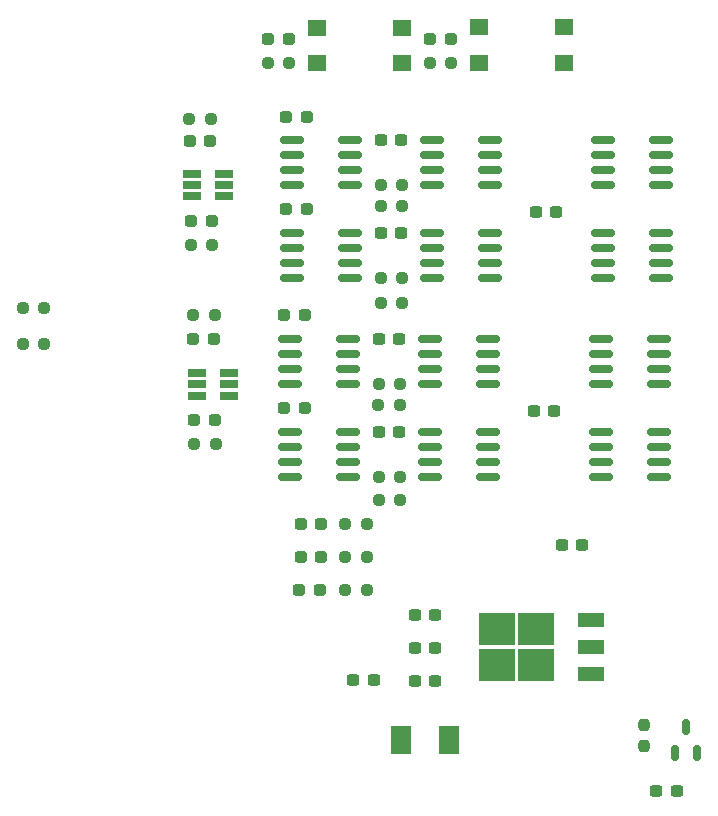
<source format=gtp>
G04 #@! TF.GenerationSoftware,KiCad,Pcbnew,(6.0.7)*
G04 #@! TF.CreationDate,2023-03-21T01:18:23-05:00*
G04 #@! TF.ProjectId,SignalStack_Board,5369676e-616c-4537-9461-636b5f426f61,rev?*
G04 #@! TF.SameCoordinates,Original*
G04 #@! TF.FileFunction,Paste,Top*
G04 #@! TF.FilePolarity,Positive*
%FSLAX46Y46*%
G04 Gerber Fmt 4.6, Leading zero omitted, Abs format (unit mm)*
G04 Created by KiCad (PCBNEW (6.0.7)) date 2023-03-21 01:18:23*
%MOMM*%
%LPD*%
G01*
G04 APERTURE LIST*
G04 Aperture macros list*
%AMRoundRect*
0 Rectangle with rounded corners*
0 $1 Rounding radius*
0 $2 $3 $4 $5 $6 $7 $8 $9 X,Y pos of 4 corners*
0 Add a 4 corners polygon primitive as box body*
4,1,4,$2,$3,$4,$5,$6,$7,$8,$9,$2,$3,0*
0 Add four circle primitives for the rounded corners*
1,1,$1+$1,$2,$3*
1,1,$1+$1,$4,$5*
1,1,$1+$1,$6,$7*
1,1,$1+$1,$8,$9*
0 Add four rect primitives between the rounded corners*
20,1,$1+$1,$2,$3,$4,$5,0*
20,1,$1+$1,$4,$5,$6,$7,0*
20,1,$1+$1,$6,$7,$8,$9,0*
20,1,$1+$1,$8,$9,$2,$3,0*%
G04 Aperture macros list end*
%ADD10RoundRect,0.237500X0.287500X0.237500X-0.287500X0.237500X-0.287500X-0.237500X0.287500X-0.237500X0*%
%ADD11RoundRect,0.237500X-0.300000X-0.237500X0.300000X-0.237500X0.300000X0.237500X-0.300000X0.237500X0*%
%ADD12RoundRect,0.237500X-0.250000X-0.237500X0.250000X-0.237500X0.250000X0.237500X-0.250000X0.237500X0*%
%ADD13RoundRect,0.237500X0.300000X0.237500X-0.300000X0.237500X-0.300000X-0.237500X0.300000X-0.237500X0*%
%ADD14RoundRect,0.237500X0.250000X0.237500X-0.250000X0.237500X-0.250000X-0.237500X0.250000X-0.237500X0*%
%ADD15R,1.600000X1.400000*%
%ADD16RoundRect,0.150000X-0.825000X-0.150000X0.825000X-0.150000X0.825000X0.150000X-0.825000X0.150000X0*%
%ADD17R,1.560000X0.650000*%
%ADD18R,1.800000X2.400000*%
%ADD19RoundRect,0.150000X0.150000X-0.512500X0.150000X0.512500X-0.150000X0.512500X-0.150000X-0.512500X0*%
%ADD20RoundRect,0.237500X-0.287500X-0.237500X0.287500X-0.237500X0.287500X0.237500X-0.287500X0.237500X0*%
%ADD21R,3.050000X2.750000*%
%ADD22R,2.200000X1.200000*%
%ADD23RoundRect,0.237500X0.237500X-0.250000X0.237500X0.250000X-0.237500X0.250000X-0.237500X-0.250000X0*%
G04 APERTURE END LIST*
D10*
X144385000Y-84201000D03*
X142635000Y-84201000D03*
D11*
X150831300Y-77216000D03*
X152556300Y-77216000D03*
D12*
X150589000Y-91821000D03*
X152414000Y-91821000D03*
D11*
X150662500Y-86233000D03*
X152387500Y-86233000D03*
D10*
X143011500Y-60833000D03*
X141261500Y-60833000D03*
D12*
X150612500Y-90043000D03*
X152437500Y-90043000D03*
X150612500Y-99822000D03*
X152437500Y-99822000D03*
D13*
X155421500Y-115189000D03*
X153696500Y-115189000D03*
D10*
X144567800Y-67437000D03*
X142817800Y-67437000D03*
D12*
X147781000Y-101877500D03*
X149606000Y-101877500D03*
D14*
X156765000Y-62827500D03*
X154940000Y-62827500D03*
D15*
X159110500Y-59803500D03*
X166310500Y-59803500D03*
X166310500Y-62803500D03*
X159110500Y-62803500D03*
D12*
X150804800Y-73152000D03*
X152629800Y-73152000D03*
D16*
X154963200Y-86233000D03*
X154963200Y-87503000D03*
X154963200Y-88773000D03*
X154963200Y-90043000D03*
X159913200Y-90043000D03*
X159913200Y-88773000D03*
X159913200Y-87503000D03*
X159913200Y-86233000D03*
X155132000Y-77216000D03*
X155132000Y-78486000D03*
X155132000Y-79756000D03*
X155132000Y-81026000D03*
X160082000Y-81026000D03*
X160082000Y-79756000D03*
X160082000Y-78486000D03*
X160082000Y-77216000D03*
X169441200Y-86233000D03*
X169441200Y-87503000D03*
X169441200Y-88773000D03*
X169441200Y-90043000D03*
X174391200Y-90043000D03*
X174391200Y-88773000D03*
X174391200Y-87503000D03*
X174391200Y-86233000D03*
X143249800Y-77216000D03*
X143249800Y-78486000D03*
X143249800Y-79756000D03*
X143249800Y-81026000D03*
X148199800Y-81026000D03*
X148199800Y-79756000D03*
X148199800Y-78486000D03*
X148199800Y-77216000D03*
D11*
X148489500Y-115062000D03*
X150214500Y-115062000D03*
D14*
X143049000Y-62865000D03*
X141224000Y-62865000D03*
D12*
X150781300Y-81026000D03*
X152606300Y-81026000D03*
D15*
X152594500Y-59841000D03*
X145394500Y-59841000D03*
X152594500Y-62841000D03*
X145394500Y-62841000D03*
D12*
X134989500Y-95097250D03*
X136814500Y-95097250D03*
D11*
X163912300Y-75438000D03*
X165637300Y-75438000D03*
X150831300Y-69342000D03*
X152556300Y-69342000D03*
D17*
X135210500Y-89093000D03*
X135210500Y-90043000D03*
X135210500Y-90993000D03*
X137910500Y-90993000D03*
X137910500Y-90043000D03*
X137910500Y-89093000D03*
D13*
X175868500Y-124460000D03*
X174143500Y-124460000D03*
D12*
X134714000Y-78232000D03*
X136539000Y-78232000D03*
D16*
X169610000Y-69342000D03*
X169610000Y-70612000D03*
X169610000Y-71882000D03*
X169610000Y-73152000D03*
X174560000Y-73152000D03*
X174560000Y-71882000D03*
X174560000Y-70612000D03*
X174560000Y-69342000D03*
D14*
X149606000Y-104671500D03*
X147781000Y-104671500D03*
D12*
X150612500Y-97917000D03*
X152437500Y-97917000D03*
D18*
X152527000Y-120142000D03*
X156577000Y-120142000D03*
D17*
X134794000Y-72202000D03*
X134794000Y-73152000D03*
X134794000Y-74102000D03*
X137494000Y-74102000D03*
X137494000Y-73152000D03*
X137494000Y-72202000D03*
D16*
X143249800Y-69342000D03*
X143249800Y-70612000D03*
X143249800Y-71882000D03*
X143249800Y-73152000D03*
X148199800Y-73152000D03*
X148199800Y-71882000D03*
X148199800Y-70612000D03*
X148199800Y-69342000D03*
D11*
X150662500Y-94107000D03*
X152387500Y-94107000D03*
D12*
X150781300Y-74930000D03*
X152606300Y-74930000D03*
D13*
X167867500Y-103632000D03*
X166142500Y-103632000D03*
X155421500Y-109601000D03*
X153696500Y-109601000D03*
X155421500Y-112395000D03*
X153696500Y-112395000D03*
D11*
X163743500Y-92329000D03*
X165468500Y-92329000D03*
D10*
X144385000Y-92075000D03*
X142635000Y-92075000D03*
D16*
X169610000Y-77216000D03*
X169610000Y-78486000D03*
X169610000Y-79756000D03*
X169610000Y-81026000D03*
X174560000Y-81026000D03*
X174560000Y-79756000D03*
X174560000Y-78486000D03*
X174560000Y-77216000D03*
D14*
X149606000Y-107465500D03*
X147781000Y-107465500D03*
D12*
X120499500Y-83566000D03*
X122324500Y-83566000D03*
D19*
X176657000Y-119004500D03*
X175707000Y-121279500D03*
X177607000Y-121279500D03*
D10*
X136763000Y-93065250D03*
X135013000Y-93065250D03*
D20*
X143895500Y-107465500D03*
X145645500Y-107465500D03*
D12*
X134596500Y-67564000D03*
X136421500Y-67564000D03*
D16*
X154963200Y-94107000D03*
X154963200Y-95377000D03*
X154963200Y-96647000D03*
X154963200Y-97917000D03*
X159913200Y-97917000D03*
X159913200Y-96647000D03*
X159913200Y-95377000D03*
X159913200Y-94107000D03*
X143081000Y-94107000D03*
X143081000Y-95377000D03*
X143081000Y-96647000D03*
X143081000Y-97917000D03*
X148031000Y-97917000D03*
X148031000Y-96647000D03*
X148031000Y-95377000D03*
X148031000Y-94107000D03*
D12*
X134900000Y-84201000D03*
X136725000Y-84201000D03*
D20*
X144008500Y-104671500D03*
X145758500Y-104671500D03*
D10*
X136673500Y-86233000D03*
X134923500Y-86233000D03*
D12*
X120499500Y-86614000D03*
X122324500Y-86614000D03*
X150804800Y-83185000D03*
X152629800Y-83185000D03*
D10*
X136384000Y-69469000D03*
X134634000Y-69469000D03*
D21*
X163957000Y-113792000D03*
X160607000Y-113792000D03*
X160607000Y-110742000D03*
X163957000Y-110742000D03*
D22*
X168582000Y-114547000D03*
X168582000Y-112267000D03*
X168582000Y-109987000D03*
D10*
X136511000Y-76200000D03*
X134761000Y-76200000D03*
D16*
X143081000Y-86233000D03*
X143081000Y-87503000D03*
X143081000Y-88773000D03*
X143081000Y-90043000D03*
X148031000Y-90043000D03*
X148031000Y-88773000D03*
X148031000Y-87503000D03*
X148031000Y-86233000D03*
D10*
X156727500Y-60795500D03*
X154977500Y-60795500D03*
X144567800Y-75184000D03*
X142817800Y-75184000D03*
D20*
X144008500Y-101877500D03*
X145758500Y-101877500D03*
D23*
X173101000Y-120673500D03*
X173101000Y-118848500D03*
D16*
X169441200Y-94107000D03*
X169441200Y-95377000D03*
X169441200Y-96647000D03*
X169441200Y-97917000D03*
X174391200Y-97917000D03*
X174391200Y-96647000D03*
X174391200Y-95377000D03*
X174391200Y-94107000D03*
X155132000Y-69342000D03*
X155132000Y-70612000D03*
X155132000Y-71882000D03*
X155132000Y-73152000D03*
X160082000Y-73152000D03*
X160082000Y-71882000D03*
X160082000Y-70612000D03*
X160082000Y-69342000D03*
M02*

</source>
